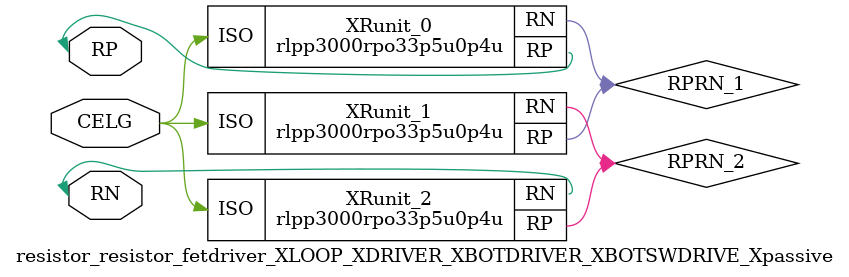
<source format=v>

module rlpp3000rpo33p5u0p4u (RP, RN, ISO);
inout RP;
inout RN;
input ISO;
endmodule

//Celera Confidential Do Not Copy resistor_resistor_fetdriver_XLOOP_XDRIVER_XBOTDRIVER_XBOTSWDRIVE_Xpassive
//Celera Confidential Symbol Generator
//RESISTOR:1000.00KOhm TYPE:poly DFT:no
module resistor_resistor_fetdriver_XLOOP_XDRIVER_XBOTDRIVER_XBOTSWDRIVE_Xpassive (RP,
CELG,
RN);
inout RP;
inout RN;
input CELG;

//Celera Confidential Do Not Copy Runit
rlpp3000rpo33p5u0p4u XRunit_0(
.RP (RP),
.RN (RPRN_1),
.ISO (CELG)
);
rlpp3000rpo33p5u0p4u XRunit_1(
.RP (RPRN_1),
.RN (RPRN_2),
.ISO (CELG)
);
rlpp3000rpo33p5u0p4u XRunit_2(
.RP (RPRN_2),
.RN (RN),
.ISO (CELG)
);

//Celera Confidential Do Not Copy //DieSize,rlpp3000rpo33p5u0p4u

//Die Size Calculator rlpp3000rpo33p5u0p4u
//,diesize,rlpp3000rpo33p5u0p4u,3

//Celera Confidential Do Not Copy Module End
//Celera Schematic Generator
endmodule

</source>
